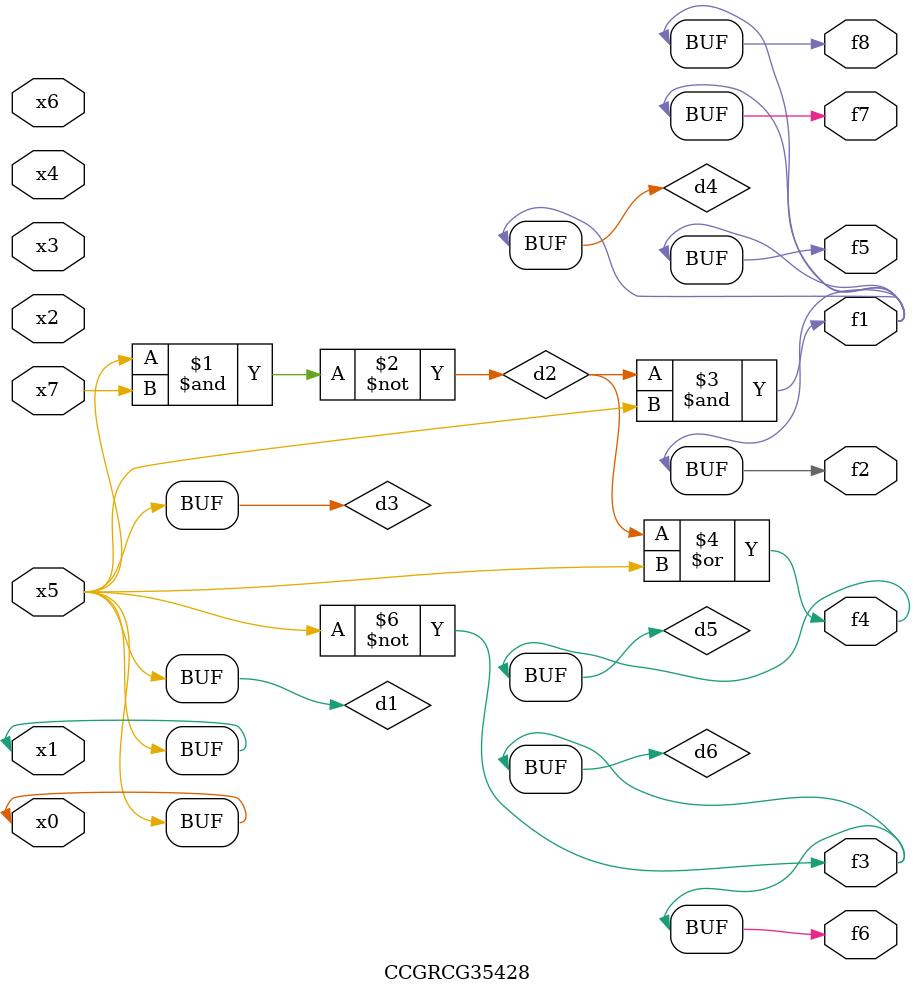
<source format=v>
module CCGRCG35428(
	input x0, x1, x2, x3, x4, x5, x6, x7,
	output f1, f2, f3, f4, f5, f6, f7, f8
);

	wire d1, d2, d3, d4, d5, d6;

	buf (d1, x0, x5);
	nand (d2, x5, x7);
	buf (d3, x0, x1);
	and (d4, d2, d3);
	or (d5, d2, d3);
	nor (d6, d1, d3);
	assign f1 = d4;
	assign f2 = d4;
	assign f3 = d6;
	assign f4 = d5;
	assign f5 = d4;
	assign f6 = d6;
	assign f7 = d4;
	assign f8 = d4;
endmodule

</source>
